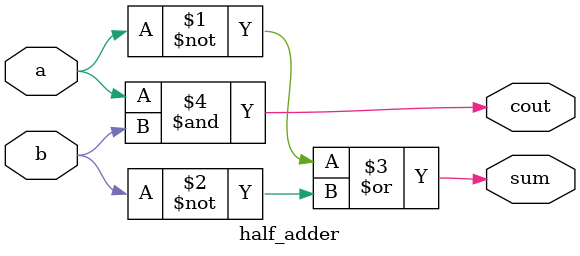
<source format=v>
module half_adder(
input a,b, 
output sum, cout
);
assign sum=~a|~b;
assign cout=a&b;
endmodule

</source>
